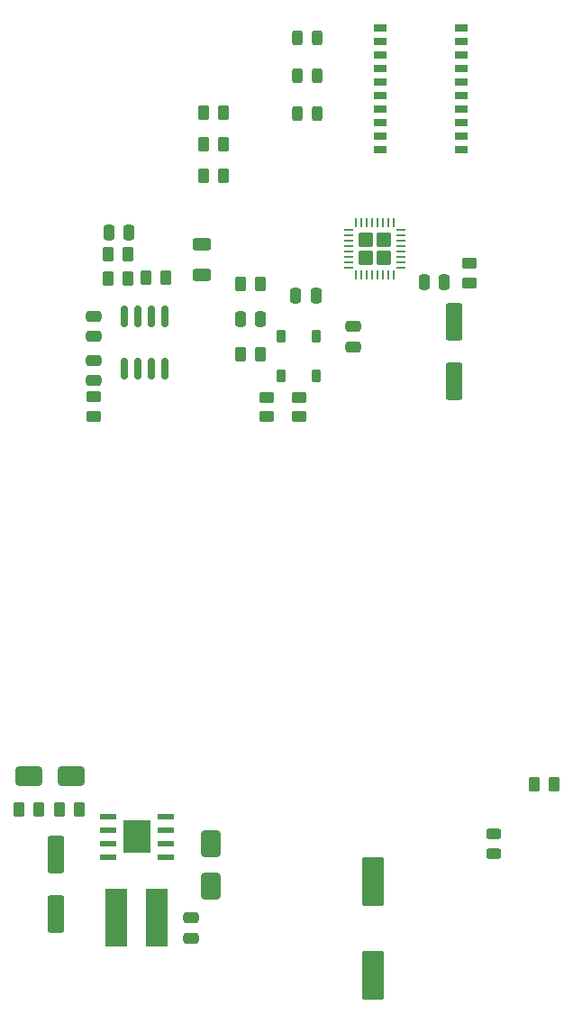
<source format=gbr>
%TF.GenerationSoftware,KiCad,Pcbnew,8.0.7*%
%TF.CreationDate,2025-01-04T12:07:55+01:00*%
%TF.ProjectId,adapater_a,61646170-6174-4657-925f-612e6b696361,1*%
%TF.SameCoordinates,Original*%
%TF.FileFunction,Paste,Top*%
%TF.FilePolarity,Positive*%
%FSLAX46Y46*%
G04 Gerber Fmt 4.6, Leading zero omitted, Abs format (unit mm)*
G04 Created by KiCad (PCBNEW 8.0.7) date 2025-01-04 12:07:55*
%MOMM*%
%LPD*%
G01*
G04 APERTURE LIST*
G04 Aperture macros list*
%AMRoundRect*
0 Rectangle with rounded corners*
0 $1 Rounding radius*
0 $2 $3 $4 $5 $6 $7 $8 $9 X,Y pos of 4 corners*
0 Add a 4 corners polygon primitive as box body*
4,1,4,$2,$3,$4,$5,$6,$7,$8,$9,$2,$3,0*
0 Add four circle primitives for the rounded corners*
1,1,$1+$1,$2,$3*
1,1,$1+$1,$4,$5*
1,1,$1+$1,$6,$7*
1,1,$1+$1,$8,$9*
0 Add four rect primitives between the rounded corners*
20,1,$1+$1,$2,$3,$4,$5,0*
20,1,$1+$1,$4,$5,$6,$7,0*
20,1,$1+$1,$6,$7,$8,$9,0*
20,1,$1+$1,$8,$9,$2,$3,0*%
G04 Aperture macros list end*
%ADD10RoundRect,0.250000X0.650000X-1.000000X0.650000X1.000000X-0.650000X1.000000X-0.650000X-1.000000X0*%
%ADD11RoundRect,0.250000X-0.262500X-0.450000X0.262500X-0.450000X0.262500X0.450000X-0.262500X0.450000X0*%
%ADD12RoundRect,0.250000X0.262500X0.450000X-0.262500X0.450000X-0.262500X-0.450000X0.262500X-0.450000X0*%
%ADD13RoundRect,0.243750X0.243750X0.456250X-0.243750X0.456250X-0.243750X-0.456250X0.243750X-0.456250X0*%
%ADD14RoundRect,0.250000X0.250000X0.475000X-0.250000X0.475000X-0.250000X-0.475000X0.250000X-0.475000X0*%
%ADD15RoundRect,0.250000X-0.475000X0.250000X-0.475000X-0.250000X0.475000X-0.250000X0.475000X0.250000X0*%
%ADD16RoundRect,0.225000X-0.225000X-0.375000X0.225000X-0.375000X0.225000X0.375000X-0.225000X0.375000X0*%
%ADD17RoundRect,0.250000X-0.450000X0.262500X-0.450000X-0.262500X0.450000X-0.262500X0.450000X0.262500X0*%
%ADD18R,2.150000X5.500000*%
%ADD19RoundRect,0.250000X0.450000X-0.262500X0.450000X0.262500X-0.450000X0.262500X-0.450000X-0.262500X0*%
%ADD20RoundRect,0.250001X-0.799999X2.049999X-0.799999X-2.049999X0.799999X-2.049999X0.799999X2.049999X0*%
%ADD21RoundRect,0.250000X-0.250000X-0.475000X0.250000X-0.475000X0.250000X0.475000X-0.250000X0.475000X0*%
%ADD22RoundRect,0.243750X0.456250X-0.243750X0.456250X0.243750X-0.456250X0.243750X-0.456250X-0.243750X0*%
%ADD23RoundRect,0.250000X-0.550000X1.500000X-0.550000X-1.500000X0.550000X-1.500000X0.550000X1.500000X0*%
%ADD24RoundRect,0.250000X-0.455000X0.455000X-0.455000X-0.455000X0.455000X-0.455000X0.455000X0.455000X0*%
%ADD25RoundRect,0.062500X-0.062500X0.375000X-0.062500X-0.375000X0.062500X-0.375000X0.062500X0.375000X0*%
%ADD26RoundRect,0.062500X-0.375000X0.062500X-0.375000X-0.062500X0.375000X-0.062500X0.375000X0.062500X0*%
%ADD27R,1.270000X0.760000*%
%ADD28RoundRect,0.250000X-1.000000X-0.650000X1.000000X-0.650000X1.000000X0.650000X-1.000000X0.650000X0*%
%ADD29RoundRect,0.150000X0.150000X-0.825000X0.150000X0.825000X-0.150000X0.825000X-0.150000X-0.825000X0*%
%ADD30R,1.550000X0.600000*%
%ADD31R,2.600000X3.100000*%
%ADD32RoundRect,0.250000X0.550000X-1.500000X0.550000X1.500000X-0.550000X1.500000X-0.550000X-1.500000X0*%
%ADD33RoundRect,0.250000X0.625000X-0.312500X0.625000X0.312500X-0.625000X0.312500X-0.625000X-0.312500X0*%
G04 APERTURE END LIST*
D10*
%TO.C,D102*%
X-40315000Y-24010000D03*
X-40315000Y-20010000D03*
%TD*%
D11*
%TO.C,R110*%
X-40997000Y45678000D03*
X-39172000Y45678000D03*
%TD*%
%TO.C,R113*%
X-49990500Y35362000D03*
X-48165500Y35362000D03*
%TD*%
D12*
%TO.C,R301*%
X-35719500Y25964000D03*
X-37544500Y25964000D03*
%TD*%
D13*
%TO.C,D107*%
X-30360500Y48570000D03*
X-32235500Y48570000D03*
%TD*%
D14*
%TO.C,C301*%
X-35682000Y29266000D03*
X-37582000Y29266000D03*
%TD*%
D15*
%TO.C,C106*%
X-42220000Y-26995000D03*
X-42220000Y-28895000D03*
%TD*%
D16*
%TO.C,D302*%
X-33710000Y23932000D03*
X-30410000Y23932000D03*
%TD*%
D17*
%TO.C,R302*%
X-16058000Y34496500D03*
X-16058000Y32671500D03*
%TD*%
D18*
%TO.C,L101*%
X-49245000Y-26995000D03*
X-45395000Y-26995000D03*
%TD*%
D19*
%TO.C,R112*%
X-51364000Y20122000D03*
X-51364000Y21947000D03*
%TD*%
D12*
%TO.C,R102*%
X-56547500Y-16835000D03*
X-58372500Y-16835000D03*
%TD*%
D11*
%TO.C,R108*%
X-9962000Y-14422000D03*
X-8137000Y-14422000D03*
%TD*%
D13*
%TO.C,D105*%
X-30360500Y55682000D03*
X-32235500Y55682000D03*
%TD*%
D20*
%TO.C,C107*%
X-25075000Y-23566000D03*
X-25075000Y-32366000D03*
%TD*%
D19*
%TO.C,R106*%
X-35108000Y20075000D03*
X-35108000Y21900000D03*
%TD*%
D21*
%TO.C,C110*%
X-49962000Y37394000D03*
X-48062000Y37394000D03*
%TD*%
D13*
%TO.C,D106*%
X-30360500Y52126000D03*
X-32235500Y52126000D03*
%TD*%
D22*
%TO.C,D104*%
X-13772000Y-20947500D03*
X-13772000Y-19072500D03*
%TD*%
D16*
%TO.C,D301*%
X-33710000Y27615000D03*
X-30410000Y27615000D03*
%TD*%
D15*
%TO.C,C303*%
X-26980000Y28565000D03*
X-26980000Y26665000D03*
%TD*%
D11*
%TO.C,R105*%
X-46434500Y33137500D03*
X-44609500Y33137500D03*
%TD*%
D23*
%TO.C,C302*%
X-17455000Y29012000D03*
X-17455000Y23412000D03*
%TD*%
D24*
%TO.C,U301*%
X-24073000Y36745000D03*
X-25823000Y36745000D03*
X-24073000Y34995000D03*
X-25823000Y34995000D03*
D25*
X-23198000Y38307500D03*
X-23698000Y38307500D03*
X-24198000Y38307500D03*
X-24698000Y38307500D03*
X-25198000Y38307500D03*
X-25698000Y38307500D03*
X-26198000Y38307500D03*
X-26698000Y38307500D03*
D26*
X-27385500Y37620000D03*
X-27385500Y37120000D03*
X-27385500Y36620000D03*
X-27385500Y36120000D03*
X-27385500Y35620000D03*
X-27385500Y35120000D03*
X-27385500Y34620000D03*
X-27385500Y34120000D03*
D25*
X-26698000Y33432500D03*
X-26198000Y33432500D03*
X-25698000Y33432500D03*
X-25198000Y33432500D03*
X-24698000Y33432500D03*
X-24198000Y33432500D03*
X-23698000Y33432500D03*
X-23198000Y33432500D03*
D26*
X-22510500Y34120000D03*
X-22510500Y34620000D03*
X-22510500Y35120000D03*
X-22510500Y35620000D03*
X-22510500Y36120000D03*
X-22510500Y36620000D03*
X-22510500Y37120000D03*
X-22510500Y37620000D03*
%TD*%
D19*
%TO.C,R107*%
X-32060000Y20075000D03*
X-32060000Y21900000D03*
%TD*%
D11*
%TO.C,R109*%
X-40997000Y48628000D03*
X-39172000Y48628000D03*
%TD*%
%TO.C,R111*%
X-40997000Y42728000D03*
X-39172000Y42728000D03*
%TD*%
D15*
%TO.C,C109*%
X-51364000Y25390000D03*
X-51364000Y23490000D03*
%TD*%
D27*
%TO.C,SW101*%
X-24440000Y56571000D03*
X-24440000Y55301000D03*
X-24440000Y54031000D03*
X-24440000Y52761000D03*
X-24440000Y51491000D03*
X-24440000Y50221000D03*
X-24440000Y48951000D03*
X-24440000Y47681000D03*
X-24440000Y46411000D03*
X-24440000Y45141000D03*
X-16820000Y45141000D03*
X-16820000Y46411000D03*
X-16820000Y47681000D03*
X-16820000Y48951000D03*
X-16820000Y50221000D03*
X-16820000Y51491000D03*
X-16820000Y52761000D03*
X-16820000Y54031000D03*
X-16820000Y55301000D03*
X-16820000Y56571000D03*
%TD*%
D11*
%TO.C,R104*%
X-49990500Y33076000D03*
X-48165500Y33076000D03*
%TD*%
D12*
%TO.C,R303*%
X-35719500Y32568000D03*
X-37544500Y32568000D03*
%TD*%
D21*
%TO.C,C305*%
X-32375000Y31425000D03*
X-30475000Y31425000D03*
%TD*%
D28*
%TO.C,D103*%
X-57460000Y-13660000D03*
X-53460000Y-13660000D03*
%TD*%
D14*
%TO.C,C304*%
X-18410000Y32695000D03*
X-20310000Y32695000D03*
%TD*%
D12*
%TO.C,R101*%
X-52737500Y-16835000D03*
X-54562500Y-16835000D03*
%TD*%
D29*
%TO.C,U102*%
X-48443000Y24566500D03*
X-47173000Y24566500D03*
X-45903000Y24566500D03*
X-44633000Y24566500D03*
X-44633000Y29516500D03*
X-45903000Y29516500D03*
X-47173000Y29516500D03*
X-48443000Y29516500D03*
%TD*%
D30*
%TO.C,U101*%
X-44600000Y-21280000D03*
X-44600000Y-20010000D03*
X-44600000Y-18740000D03*
X-44600000Y-17470000D03*
X-50000000Y-17470000D03*
X-50000000Y-18740000D03*
X-50000000Y-20010000D03*
X-50000000Y-21280000D03*
D31*
X-47300000Y-19375000D03*
%TD*%
D32*
%TO.C,C105*%
X-54920000Y-26620000D03*
X-54920000Y-21020000D03*
%TD*%
D33*
%TO.C,R103*%
X-41204000Y33360750D03*
X-41204000Y36285750D03*
%TD*%
D15*
%TO.C,C108*%
X-51364000Y29515500D03*
X-51364000Y27615500D03*
%TD*%
M02*

</source>
